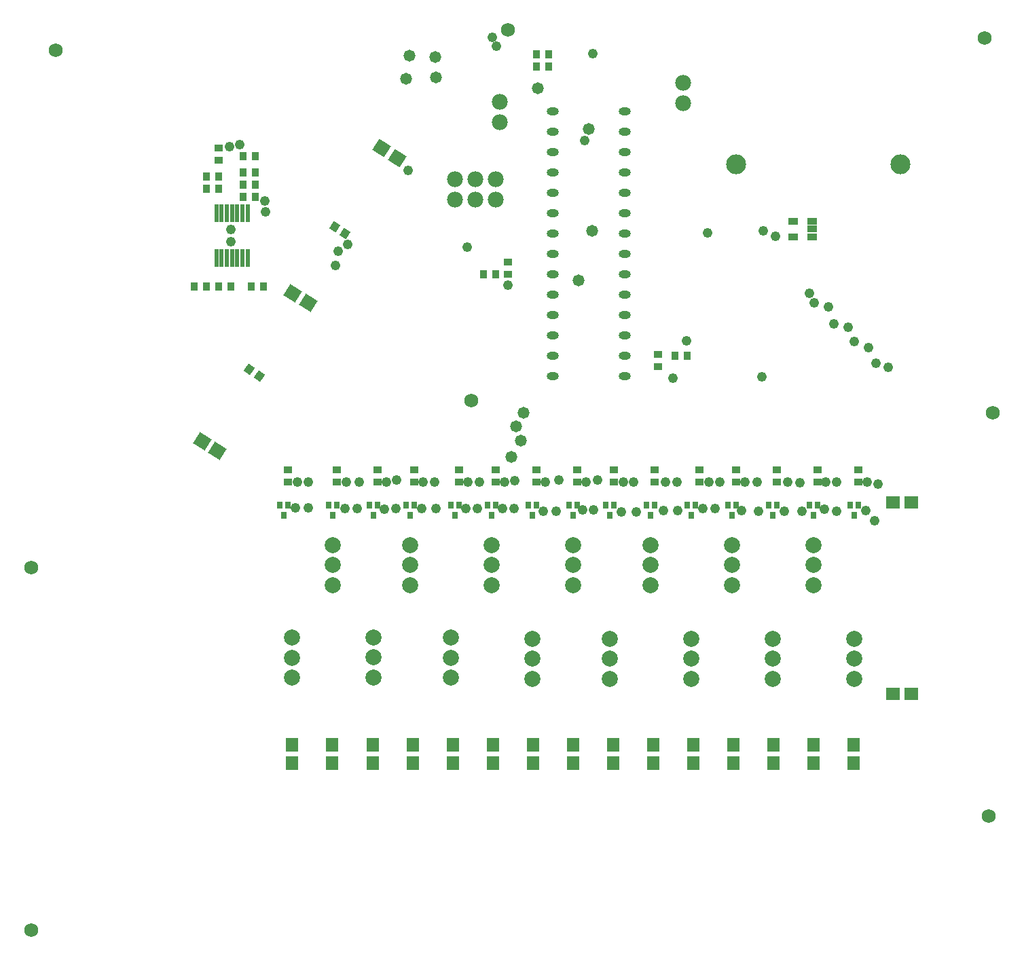
<source format=gts>
%FSLAX24Y24*%
%MOIN*%
G70*
G01*
G75*
G04 Layer_Color=8388736*
G04:AMPARAMS|DCode=10|XSize=30mil|YSize=35mil|CornerRadius=0mil|HoleSize=0mil|Usage=FLASHONLY|Rotation=325.000|XOffset=0mil|YOffset=0mil|HoleType=Round|Shape=Rectangle|*
%AMROTATEDRECTD10*
4,1,4,-0.0223,-0.0057,-0.0023,0.0229,0.0223,0.0057,0.0023,-0.0229,-0.0223,-0.0057,0.0*
%
%ADD10ROTATEDRECTD10*%

G04:AMPARAMS|DCode=11|XSize=30mil|YSize=35mil|CornerRadius=0mil|HoleSize=0mil|Usage=FLASHONLY|Rotation=327.000|XOffset=0mil|YOffset=0mil|HoleType=Round|Shape=Rectangle|*
%AMROTATEDRECTD11*
4,1,4,-0.0221,-0.0065,-0.0030,0.0228,0.0221,0.0065,0.0030,-0.0228,-0.0221,-0.0065,0.0*
%
%ADD11ROTATEDRECTD11*%

G04:AMPARAMS|DCode=12|XSize=60mil|YSize=56mil|CornerRadius=0mil|HoleSize=0mil|Usage=FLASHONLY|Rotation=328.000|XOffset=0mil|YOffset=0mil|HoleType=Round|Shape=Rectangle|*
%AMROTATEDRECTD12*
4,1,4,-0.0403,-0.0078,-0.0106,0.0396,0.0403,0.0078,0.0106,-0.0396,-0.0403,-0.0078,0.0*
%
%ADD12ROTATEDRECTD12*%

G04:AMPARAMS|DCode=13|XSize=60mil|YSize=56mil|CornerRadius=0mil|HoleSize=0mil|Usage=FLASHONLY|Rotation=327.000|XOffset=0mil|YOffset=0mil|HoleType=Round|Shape=Rectangle|*
%AMROTATEDRECTD13*
4,1,4,-0.0404,-0.0071,-0.0099,0.0398,0.0404,0.0071,0.0099,-0.0398,-0.0404,-0.0071,0.0*
%
%ADD13ROTATEDRECTD13*%

%ADD14R,0.0140X0.0800*%
%ADD15R,0.0300X0.0350*%
%ADD16R,0.0350X0.0300*%
%ADD17R,0.0600X0.0560*%
%ADD18R,0.0200X0.0240*%
%ADD19R,0.0560X0.0600*%
%ADD20R,0.0400X0.0250*%
%ADD21O,0.0591X0.0394*%
%ADD22C,0.0300*%
%ADD23C,0.0100*%
%ADD24C,0.0200*%
%ADD25C,0.0240*%
%ADD26C,0.0600*%
%ADD27C,0.0787*%
%ADD28C,0.0900*%
%ADD29C,0.0700*%
%ADD30C,0.0400*%
%ADD31C,0.0500*%
%ADD32R,0.0430X0.0590*%
G04:AMPARAMS|DCode=33|XSize=38mil|YSize=43mil|CornerRadius=0mil|HoleSize=0mil|Usage=FLASHONLY|Rotation=325.000|XOffset=0mil|YOffset=0mil|HoleType=Round|Shape=Rectangle|*
%AMROTATEDRECTD33*
4,1,4,-0.0279,-0.0067,-0.0032,0.0285,0.0279,0.0067,0.0032,-0.0285,-0.0279,-0.0067,0.0*
%
%ADD33ROTATEDRECTD33*%

G04:AMPARAMS|DCode=34|XSize=38mil|YSize=43mil|CornerRadius=0mil|HoleSize=0mil|Usage=FLASHONLY|Rotation=327.000|XOffset=0mil|YOffset=0mil|HoleType=Round|Shape=Rectangle|*
%AMROTATEDRECTD34*
4,1,4,-0.0276,-0.0077,-0.0042,0.0284,0.0276,0.0077,0.0042,-0.0284,-0.0276,-0.0077,0.0*
%
%ADD34ROTATEDRECTD34*%

G04:AMPARAMS|DCode=35|XSize=68mil|YSize=64mil|CornerRadius=0mil|HoleSize=0mil|Usage=FLASHONLY|Rotation=328.000|XOffset=0mil|YOffset=0mil|HoleType=Round|Shape=Rectangle|*
%AMROTATEDRECTD35*
4,1,4,-0.0458,-0.0091,-0.0119,0.0452,0.0458,0.0091,0.0119,-0.0452,-0.0458,-0.0091,0.0*
%
%ADD35ROTATEDRECTD35*%

G04:AMPARAMS|DCode=36|XSize=68mil|YSize=64mil|CornerRadius=0mil|HoleSize=0mil|Usage=FLASHONLY|Rotation=327.000|XOffset=0mil|YOffset=0mil|HoleType=Round|Shape=Rectangle|*
%AMROTATEDRECTD36*
4,1,4,-0.0459,-0.0083,-0.0111,0.0454,0.0459,0.0083,0.0111,-0.0454,-0.0459,-0.0083,0.0*
%
%ADD36ROTATEDRECTD36*%

%ADD37R,0.0220X0.0880*%
%ADD38R,0.0380X0.0430*%
%ADD39R,0.0430X0.0380*%
%ADD40R,0.0680X0.0640*%
%ADD41R,0.0280X0.0320*%
%ADD42R,0.0640X0.0680*%
%ADD43R,0.0480X0.0330*%
%ADD44O,0.0591X0.0394*%
%ADD45C,0.0680*%
%ADD46C,0.0788*%
%ADD47C,0.0980*%
%ADD48C,0.0780*%
%ADD49C,0.0480*%
%ADD50C,0.0580*%
G54D33*
X59800Y181400D02*
D03*
X59309Y181744D02*
D03*
G54D34*
X64000Y188400D02*
D03*
X63497Y188727D02*
D03*
G54D35*
X56980Y178200D02*
D03*
X57743Y177723D02*
D03*
X61437Y185477D02*
D03*
X62200Y185000D02*
D03*
G54D36*
X65800Y192600D02*
D03*
X66555Y192110D02*
D03*
G54D37*
X59224Y189400D02*
D03*
Y187200D02*
D03*
X58968Y189400D02*
D03*
X58712D02*
D03*
X58456D02*
D03*
X58200D02*
D03*
X57944D02*
D03*
X57688D02*
D03*
X58968Y187200D02*
D03*
X58712D02*
D03*
X58456D02*
D03*
X58200D02*
D03*
X57944D02*
D03*
X57688D02*
D03*
G54D38*
X59000Y191400D02*
D03*
X59600D02*
D03*
X57800Y191200D02*
D03*
X57200D02*
D03*
X71400Y186400D02*
D03*
X70800D02*
D03*
X80800Y182400D02*
D03*
X80200D02*
D03*
X74000Y196600D02*
D03*
X73400D02*
D03*
Y197200D02*
D03*
X74000D02*
D03*
X58400Y185800D02*
D03*
X57800D02*
D03*
X56600D02*
D03*
X57200D02*
D03*
Y190600D02*
D03*
X57800D02*
D03*
X59600Y192200D02*
D03*
X59000D02*
D03*
Y190800D02*
D03*
X59600D02*
D03*
X60000Y185800D02*
D03*
X59400D02*
D03*
X59600Y190200D02*
D03*
X59000D02*
D03*
G54D39*
X69600Y176810D02*
D03*
Y176210D02*
D03*
X71400Y176810D02*
D03*
Y176210D02*
D03*
X72000Y186400D02*
D03*
Y187000D02*
D03*
X75400Y176800D02*
D03*
Y176200D02*
D03*
X73400Y176800D02*
D03*
Y176200D02*
D03*
X77200Y176810D02*
D03*
Y176210D02*
D03*
X79360Y181870D02*
D03*
Y182470D02*
D03*
X81400Y176810D02*
D03*
Y176210D02*
D03*
X79200Y176800D02*
D03*
Y176200D02*
D03*
X83200Y176810D02*
D03*
Y176210D02*
D03*
X87200Y176810D02*
D03*
Y176210D02*
D03*
X85200Y176810D02*
D03*
Y176210D02*
D03*
X89200Y176800D02*
D03*
Y176200D02*
D03*
X67400Y176810D02*
D03*
Y176210D02*
D03*
X63600Y176810D02*
D03*
Y176210D02*
D03*
X65600Y176800D02*
D03*
Y176200D02*
D03*
X61200Y176810D02*
D03*
Y176210D02*
D03*
X57800Y192600D02*
D03*
Y192000D02*
D03*
G54D40*
X91800Y165800D02*
D03*
X90900D02*
D03*
X91800Y175200D02*
D03*
X90900D02*
D03*
G54D41*
X89200Y175080D02*
D03*
X88800D02*
D03*
X89000Y174570D02*
D03*
X85200Y175080D02*
D03*
X84800D02*
D03*
X85000Y174570D02*
D03*
X87200Y175080D02*
D03*
X86800D02*
D03*
X87000Y174570D02*
D03*
X83200Y175080D02*
D03*
X82800D02*
D03*
X83000Y174570D02*
D03*
X79200Y175080D02*
D03*
X78800D02*
D03*
X79000Y174570D02*
D03*
X81200Y175080D02*
D03*
X80800D02*
D03*
X81000Y174570D02*
D03*
X77200Y175080D02*
D03*
X76800D02*
D03*
X77000Y174570D02*
D03*
X73400Y175080D02*
D03*
X73000D02*
D03*
X73200Y174570D02*
D03*
X75400Y175080D02*
D03*
X75000D02*
D03*
X75200Y174570D02*
D03*
X71400Y175080D02*
D03*
X71000D02*
D03*
X71200Y174570D02*
D03*
X67400Y175080D02*
D03*
X67000D02*
D03*
X67200Y174570D02*
D03*
X69600Y175080D02*
D03*
X69200D02*
D03*
X69400Y174570D02*
D03*
X63600Y175080D02*
D03*
X63200D02*
D03*
X63400Y174570D02*
D03*
X65600Y175080D02*
D03*
X65200D02*
D03*
X65400Y174570D02*
D03*
X61200Y175080D02*
D03*
X60800D02*
D03*
X61000Y174570D02*
D03*
G54D42*
X88969Y163300D02*
D03*
Y162400D02*
D03*
X85032Y163300D02*
D03*
Y162400D02*
D03*
X87001Y163300D02*
D03*
Y162400D02*
D03*
X83063Y163300D02*
D03*
Y162400D02*
D03*
X79127Y163300D02*
D03*
Y162400D02*
D03*
X81095Y163300D02*
D03*
Y162400D02*
D03*
X77158Y163300D02*
D03*
Y162400D02*
D03*
X73221Y163300D02*
D03*
Y162400D02*
D03*
X75190Y163300D02*
D03*
Y162400D02*
D03*
X71252Y163300D02*
D03*
Y162400D02*
D03*
X67316Y163300D02*
D03*
Y162400D02*
D03*
X69284Y163300D02*
D03*
Y162400D02*
D03*
X63379Y163300D02*
D03*
Y162400D02*
D03*
X65347Y163300D02*
D03*
Y162400D02*
D03*
X61410Y163300D02*
D03*
Y162400D02*
D03*
G54D43*
X86945Y188252D02*
D03*
X86000Y189000D02*
D03*
Y188252D02*
D03*
X86945Y189000D02*
D03*
Y188626D02*
D03*
G54D44*
X77743Y194406D02*
D03*
D03*
X77742Y193402D02*
D03*
X77743Y192390D02*
D03*
Y191406D02*
D03*
X77738Y190413D02*
D03*
X77743Y189406D02*
D03*
Y188406D02*
D03*
Y187406D02*
D03*
X77738Y186400D02*
D03*
X77743Y185406D02*
D03*
Y184406D02*
D03*
Y183406D02*
D03*
Y182406D02*
D03*
X77738Y181406D02*
D03*
X74195D02*
D03*
X74200Y182406D02*
D03*
Y183406D02*
D03*
Y184406D02*
D03*
Y185406D02*
D03*
X74195Y186400D02*
D03*
X74200Y187406D02*
D03*
Y188406D02*
D03*
Y189406D02*
D03*
X74195Y190413D02*
D03*
X74200Y191406D02*
D03*
Y192390D02*
D03*
X74199Y193402D02*
D03*
X74200Y194406D02*
D03*
G54D45*
X95800Y179600D02*
D03*
X95400Y198000D02*
D03*
X70200Y180200D02*
D03*
X72000Y198400D02*
D03*
X49800Y197400D02*
D03*
X95600Y159800D02*
D03*
X48600Y154200D02*
D03*
Y172000D02*
D03*
G54D46*
X89000Y166550D02*
D03*
Y167534D02*
D03*
Y168519D02*
D03*
X85000Y166550D02*
D03*
Y167534D02*
D03*
Y168519D02*
D03*
X87000Y171150D02*
D03*
Y172134D02*
D03*
Y173118D02*
D03*
X83000Y171150D02*
D03*
Y172134D02*
D03*
Y173118D02*
D03*
X79000Y171150D02*
D03*
Y172134D02*
D03*
Y173118D02*
D03*
X81000Y166550D02*
D03*
Y167534D02*
D03*
Y168519D02*
D03*
X77000Y166550D02*
D03*
Y167534D02*
D03*
Y168519D02*
D03*
X73200Y166550D02*
D03*
Y167534D02*
D03*
Y168519D02*
D03*
X75200Y171150D02*
D03*
Y172134D02*
D03*
Y173118D02*
D03*
X71200Y171150D02*
D03*
Y172134D02*
D03*
Y173118D02*
D03*
X67200Y171150D02*
D03*
Y172134D02*
D03*
Y173118D02*
D03*
X69200Y166600D02*
D03*
Y167584D02*
D03*
Y168568D02*
D03*
X63400Y171150D02*
D03*
Y172134D02*
D03*
Y173118D02*
D03*
X65400Y166616D02*
D03*
Y167600D02*
D03*
Y168584D02*
D03*
X61400Y166600D02*
D03*
Y167584D02*
D03*
Y168568D02*
D03*
G54D47*
X83200Y191800D02*
D03*
X91270D02*
D03*
G54D48*
X80600Y195800D02*
D03*
Y194800D02*
D03*
X71600Y193880D02*
D03*
Y194880D02*
D03*
X71400Y191080D02*
D03*
X70400D02*
D03*
X69400D02*
D03*
Y190080D02*
D03*
X70400D02*
D03*
X71400D02*
D03*
G54D49*
X75760Y192970D02*
D03*
X58840Y192770D02*
D03*
X76150Y197250D02*
D03*
X71430Y197590D02*
D03*
X71230Y198040D02*
D03*
X84540Y188550D02*
D03*
X85120Y188270D02*
D03*
X70010Y187730D02*
D03*
X71980Y185870D02*
D03*
X67100Y191520D02*
D03*
X84470Y181370D02*
D03*
X80080Y181290D02*
D03*
X81790Y188430D02*
D03*
X80760Y183140D02*
D03*
X63530Y186850D02*
D03*
X63650Y187540D02*
D03*
X64120Y187870D02*
D03*
X90670Y181830D02*
D03*
X90070Y182050D02*
D03*
X89700Y182800D02*
D03*
X88980Y183090D02*
D03*
X88710Y183820D02*
D03*
X88010Y183960D02*
D03*
X87740Y184790D02*
D03*
X87040Y185000D02*
D03*
X86810Y185470D02*
D03*
X60090Y189480D02*
D03*
X60070Y190020D02*
D03*
X58330Y192670D02*
D03*
X58410Y188600D02*
D03*
X58400Y188000D02*
D03*
X62190Y176210D02*
D03*
X61670D02*
D03*
X62200Y174930D02*
D03*
X61570D02*
D03*
X64590Y174900D02*
D03*
X63980Y174890D02*
D03*
X64680Y176210D02*
D03*
X64050D02*
D03*
X66530Y176290D02*
D03*
X66040Y176200D02*
D03*
X66480Y174890D02*
D03*
X65930Y174860D02*
D03*
X68470Y174890D02*
D03*
X67760D02*
D03*
X68390Y176210D02*
D03*
X67820D02*
D03*
X70580D02*
D03*
X70040D02*
D03*
X70490Y174910D02*
D03*
X69930D02*
D03*
X72290Y174890D02*
D03*
X71720D02*
D03*
X72330Y176280D02*
D03*
X71820Y176210D02*
D03*
X74350Y174780D02*
D03*
X73720D02*
D03*
X74490Y176310D02*
D03*
X73840Y176200D02*
D03*
X76380Y176300D02*
D03*
X75820Y176200D02*
D03*
X76200Y174830D02*
D03*
X75650D02*
D03*
X78310Y174730D02*
D03*
X77550D02*
D03*
X78170Y176190D02*
D03*
X77660Y176210D02*
D03*
X89980Y174300D02*
D03*
X89560Y174790D02*
D03*
X90170Y176120D02*
D03*
X89640Y176200D02*
D03*
X88140Y174770D02*
D03*
X87520Y174860D02*
D03*
X88120Y176210D02*
D03*
X87610D02*
D03*
X86420Y174760D02*
D03*
X85550D02*
D03*
X86340Y176170D02*
D03*
X85720Y176210D02*
D03*
X84220D02*
D03*
X83620D02*
D03*
X84300Y174770D02*
D03*
X83460Y174820D02*
D03*
X82170Y174900D02*
D03*
X81570D02*
D03*
X82410Y176220D02*
D03*
X81850Y176210D02*
D03*
X80340Y174820D02*
D03*
X79630D02*
D03*
X80310Y176210D02*
D03*
X79720Y176200D02*
D03*
G54D50*
X76120Y188530D02*
D03*
X75960Y193530D02*
D03*
X68470Y196060D02*
D03*
X66990Y195990D02*
D03*
X75460Y186120D02*
D03*
X72160Y177450D02*
D03*
X72640Y178230D02*
D03*
X72400Y178940D02*
D03*
X72750Y179590D02*
D03*
X68420Y197070D02*
D03*
X67160Y197150D02*
D03*
X73460Y195540D02*
D03*
M02*

</source>
